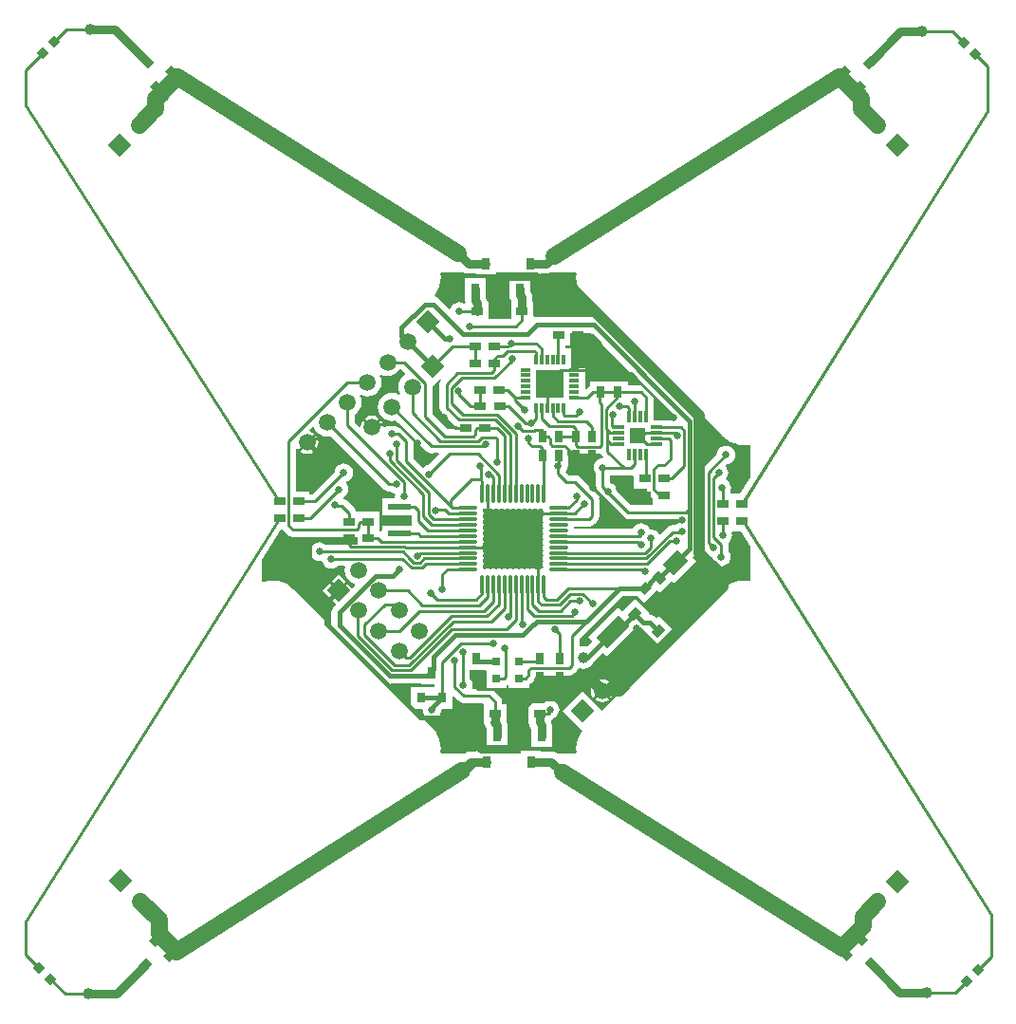
<source format=gtl>
G04 Layer_Physical_Order=1*
G04 Layer_Color=255*
%FSLAX44Y44*%
%MOMM*%
G71*
G01*
G75*
%ADD10R,1.0000X0.8000*%
%ADD11R,0.9500X0.3000*%
%ADD12R,0.3000X0.9500*%
%ADD13R,0.8000X0.9000*%
%ADD14R,0.8000X1.0000*%
%ADD15R,2.1000X0.5000*%
%ADD16O,1.8000X0.3000*%
%ADD17O,0.3000X1.8000*%
%ADD18P,1.1314X4X270.0*%
G04:AMPARAMS|DCode=19|XSize=0.8mm|YSize=0.9mm|CornerRadius=0mm|HoleSize=0mm|Usage=FLASHONLY|Rotation=225.000|XOffset=0mm|YOffset=0mm|HoleType=Round|Shape=Rectangle|*
%AMROTATEDRECTD19*
4,1,4,-0.0354,0.6010,0.6010,-0.0354,0.0354,-0.6010,-0.6010,0.0354,-0.0354,0.6010,0.0*
%
%ADD19ROTATEDRECTD19*%

G04:AMPARAMS|DCode=20|XSize=0.8mm|YSize=1mm|CornerRadius=0mm|HoleSize=0mm|Usage=FLASHONLY|Rotation=225.000|XOffset=0mm|YOffset=0mm|HoleType=Round|Shape=Rectangle|*
%AMROTATEDRECTD20*
4,1,4,-0.0707,0.6364,0.6364,-0.0707,0.0707,-0.6364,-0.6364,0.0707,-0.0707,0.6364,0.0*
%
%ADD20ROTATEDRECTD20*%

G04:AMPARAMS|DCode=21|XSize=0.8mm|YSize=0.9mm|CornerRadius=0mm|HoleSize=0mm|Usage=FLASHONLY|Rotation=135.000|XOffset=0mm|YOffset=0mm|HoleType=Round|Shape=Rectangle|*
%AMROTATEDRECTD21*
4,1,4,0.6010,0.0354,-0.0354,-0.6010,-0.6010,-0.0354,0.0354,0.6010,0.6010,0.0354,0.0*
%
%ADD21ROTATEDRECTD21*%

G04:AMPARAMS|DCode=22|XSize=0.8mm|YSize=1mm|CornerRadius=0mm|HoleSize=0mm|Usage=FLASHONLY|Rotation=135.000|XOffset=0mm|YOffset=0mm|HoleType=Round|Shape=Rectangle|*
%AMROTATEDRECTD22*
4,1,4,0.6364,0.0707,-0.0707,-0.6364,-0.6364,-0.0707,0.0707,0.6364,0.6364,0.0707,0.0*
%
%ADD22ROTATEDRECTD22*%

%ADD23P,1.1314X4X360.0*%
%ADD24R,0.8000X0.8000*%
%ADD25R,0.8000X1.0000*%
%ADD26R,0.3000X1.0000*%
%ADD27R,1.0000X0.3000*%
G04:AMPARAMS|DCode=28|XSize=1.4mm|YSize=1.8mm|CornerRadius=0mm|HoleSize=0mm|Usage=FLASHONLY|Rotation=135.000|XOffset=0mm|YOffset=0mm|HoleType=Round|Shape=Rectangle|*
%AMROTATEDRECTD28*
4,1,4,1.1314,0.1414,-0.1414,-1.1314,-1.1314,-0.1414,0.1414,1.1314,1.1314,0.1414,0.0*
%
%ADD28ROTATEDRECTD28*%

G04:AMPARAMS|DCode=29|XSize=1mm|YSize=0.8mm|CornerRadius=0mm|HoleSize=0mm|Usage=FLASHONLY|Rotation=315.000|XOffset=0mm|YOffset=0mm|HoleType=Round|Shape=Rectangle|*
%AMROTATEDRECTD29*
4,1,4,-0.6364,0.0707,-0.0707,0.6364,0.6364,-0.0707,0.0707,-0.6364,-0.6364,0.0707,0.0*
%
%ADD29ROTATEDRECTD29*%

G04:AMPARAMS|DCode=30|XSize=1mm|YSize=0.8mm|CornerRadius=0mm|HoleSize=0mm|Usage=FLASHONLY|Rotation=45.000|XOffset=0mm|YOffset=0mm|HoleType=Round|Shape=Rectangle|*
%AMROTATEDRECTD30*
4,1,4,-0.0707,-0.6364,-0.6364,-0.0707,0.0707,0.6364,0.6364,0.0707,-0.0707,-0.6364,0.0*
%
%ADD30ROTATEDRECTD30*%

G04:AMPARAMS|DCode=31|XSize=1.4mm|YSize=2.8mm|CornerRadius=0mm|HoleSize=0mm|Usage=FLASHONLY|Rotation=135.000|XOffset=0mm|YOffset=0mm|HoleType=Round|Shape=Rectangle|*
%AMROTATEDRECTD31*
4,1,4,1.4849,0.4950,-0.4950,-1.4849,-1.4849,-0.4950,0.4950,1.4849,1.4849,0.4950,0.0*
%
%ADD31ROTATEDRECTD31*%

%ADD32C,0.2540*%
%ADD33C,0.4000*%
%ADD34C,1.0000*%
%ADD35C,0.8000*%
%ADD36C,1.5000*%
%ADD37P,2.1213X4X90.0*%
%ADD38C,1.5000*%
%ADD39P,2.1213X4X360.0*%
%ADD40C,0.6500*%
%ADD41C,1.0000*%
G36*
X540696Y693646D02*
X540425Y690212D01*
X540750Y686090D01*
X541715Y682069D01*
X543298Y678249D01*
X545458Y674723D01*
X547918Y671843D01*
X548114Y671550D01*
X671550Y548114D01*
X671844Y547918D01*
X674724Y545457D01*
X678250Y543297D01*
X682070Y541715D01*
X686091Y540749D01*
X690213Y540425D01*
X694335Y540749D01*
X695061Y540924D01*
X696059Y540137D01*
X696059Y511767D01*
X686793Y496916D01*
X678318D01*
X678056Y497260D01*
X677660Y498186D01*
X678383Y499930D01*
X678666Y502084D01*
X678383Y504238D01*
X677551Y506245D01*
X676229Y507968D01*
X674506Y509291D01*
X674197Y510793D01*
X674865Y511664D01*
X675696Y513671D01*
X675980Y515825D01*
X675696Y517979D01*
X674865Y519985D01*
X673543Y521709D01*
X673525Y521980D01*
X675016Y523471D01*
X676123Y523617D01*
X678129Y524448D01*
X679853Y525770D01*
X681175Y527494D01*
X682006Y529501D01*
X682290Y531655D01*
X682006Y533808D01*
X681175Y535815D01*
X679853Y537538D01*
X678129Y538861D01*
X676123Y539692D01*
X673969Y539976D01*
X671815Y539692D01*
X669808Y538861D01*
X668085Y537538D01*
X666762Y535815D01*
X665931Y533808D01*
X665728Y532265D01*
X654030Y520567D01*
X652644Y518493D01*
X652158Y516046D01*
Y453163D01*
X652644Y450716D01*
X654030Y448642D01*
X654848Y447824D01*
X655022Y446499D01*
X655854Y444492D01*
X657176Y442769D01*
X658900Y441447D01*
X660906Y440615D01*
X661678Y440514D01*
X661951Y438440D01*
X662782Y436433D01*
X664105Y434709D01*
X665828Y433387D01*
X667835Y432556D01*
X669988Y432272D01*
X672142Y432556D01*
X674149Y433387D01*
X675872Y434709D01*
X677195Y436433D01*
X678026Y438440D01*
X678310Y440593D01*
X678026Y442747D01*
X677195Y444754D01*
X676381Y445814D01*
Y451125D01*
X675969Y453199D01*
X676996Y453988D01*
X678319Y455711D01*
X679150Y457718D01*
X679434Y459871D01*
X679150Y462025D01*
X678936Y462543D01*
X679641Y463599D01*
X687383D01*
X696059Y449841D01*
Y419866D01*
X695061Y419080D01*
X694335Y419254D01*
X690213Y419579D01*
X686091Y419254D01*
X682070Y418289D01*
X678250Y416707D01*
X674724Y414546D01*
X671844Y412086D01*
X671550Y411890D01*
X563110Y303450D01*
X545570Y320990D01*
X527892Y303312D01*
X545570Y285635D01*
X545033Y284587D01*
X543298Y281754D01*
X541715Y277934D01*
X540750Y273913D01*
X540425Y269791D01*
X540681Y266548D01*
X539632Y265278D01*
X523502D01*
X522805Y265813D01*
X520616Y266720D01*
X518266Y267029D01*
X509131D01*
Y267951D01*
X491131D01*
Y265278D01*
X469361Y265278D01*
Y267952D01*
X451361D01*
Y267029D01*
X448712D01*
X448581Y267012D01*
X448451Y267029D01*
X446547Y266779D01*
X445860Y266870D01*
X443510Y266560D01*
X441321Y265653D01*
X440832Y265278D01*
X420373D01*
X419324Y266548D01*
X419579Y269791D01*
X419255Y273913D01*
X418289Y277934D01*
X416707Y281754D01*
X414547Y285280D01*
X412086Y288160D01*
X411890Y288454D01*
X396067Y304278D01*
X396553Y305451D01*
X402514D01*
X403352Y304496D01*
X403346Y304451D01*
X403629Y302297D01*
X404461Y300290D01*
X405783Y298567D01*
X407506Y297244D01*
X409513Y296413D01*
X411667Y296129D01*
X413821Y296413D01*
X415828Y297244D01*
X417551Y298567D01*
X418873Y300290D01*
X419705Y302297D01*
X419962Y304254D01*
X421159Y305451D01*
X429674D01*
Y316398D01*
X430848Y316884D01*
X435489Y312243D01*
X437563Y310857D01*
X440009Y310370D01*
X456927D01*
X457917Y309695D01*
Y291695D01*
X458736D01*
X458837Y290924D01*
X458839Y290920D01*
X458839Y290916D01*
X459290Y289827D01*
X459742Y288734D01*
X459744Y288730D01*
X459746Y288726D01*
X460462Y287794D01*
X460783Y287375D01*
Y280452D01*
X460861Y279862D01*
Y270952D01*
X478861D01*
Y279862D01*
X478938Y280452D01*
Y291013D01*
X478938Y291014D01*
X478938Y291014D01*
X478792Y292125D01*
X478629Y293363D01*
X478629Y293363D01*
X478629Y293363D01*
X478206Y294383D01*
X477917Y295081D01*
Y309695D01*
X474310D01*
Y311414D01*
X473823Y313861D01*
X472437Y315935D01*
X467089Y321284D01*
X465829Y322125D01*
X466214Y323395D01*
X478113D01*
Y326441D01*
X478353Y326489D01*
X479220Y327069D01*
X480340Y326470D01*
Y323535D01*
X498340D01*
Y326894D01*
X500018Y328015D01*
X502633Y330631D01*
X504019Y332705D01*
X504482Y335033D01*
X534381D01*
X536828Y335520D01*
X538902Y336906D01*
X541267Y339271D01*
X542653Y341345D01*
X543307Y341695D01*
X544119Y341358D01*
X546730Y341015D01*
X549340Y341358D01*
X551773Y342366D01*
X553862Y343969D01*
X555465Y346058D01*
X555572Y346318D01*
X564527Y355272D01*
X567778Y352021D01*
X594102Y378345D01*
X595263Y377184D01*
X596725Y376062D01*
X598428Y375357D01*
X599645Y375196D01*
X600207Y373962D01*
Y373962D01*
X612935Y361234D01*
X627077Y375377D01*
X614349Y388104D01*
X612270Y386026D01*
X611127Y387169D01*
X609665Y388291D01*
X607962Y388996D01*
X606199Y389228D01*
X605911Y389621D01*
X605584Y390410D01*
X605874Y390700D01*
X593146Y403428D01*
X581629Y391911D01*
X577677Y395862D01*
X550807Y368992D01*
X554542Y365257D01*
X549897Y360613D01*
X549340Y360844D01*
X546730Y361187D01*
X544409Y360882D01*
X543139Y361633D01*
Y367991D01*
X551673Y376525D01*
X553069Y377103D01*
X554531Y378225D01*
X581866Y405560D01*
X595257D01*
X601278Y399539D01*
X612530Y410791D01*
X615067Y408254D01*
X625761Y418949D01*
X627702Y417007D01*
X647502Y436806D01*
X644009Y440299D01*
X646717Y443007D01*
X647839Y444469D01*
X648544Y446172D01*
X648785Y448000D01*
Y484207D01*
Y561724D01*
X648544Y563551D01*
X647839Y565254D01*
X646717Y566716D01*
X560833Y652600D01*
X559371Y653722D01*
X557668Y654427D01*
X555840Y654668D01*
X504926D01*
X503422Y654470D01*
X502152Y655235D01*
Y668503D01*
X501229D01*
Y672393D01*
X501229Y672393D01*
X501229Y672393D01*
Y672394D01*
X501087Y673475D01*
X500920Y674743D01*
X500920Y674743D01*
X500920Y674744D01*
X500480Y675807D01*
X500014Y676932D01*
X500013Y676933D01*
X500013Y676933D01*
X499270Y677902D01*
Y679918D01*
X499192Y680507D01*
Y689417D01*
X481192D01*
Y680507D01*
X481115Y679918D01*
Y674354D01*
X481192Y673765D01*
Y670417D01*
X481383D01*
X482272Y669227D01*
X482152Y668503D01*
X482152D01*
Y653003D01*
X462091D01*
Y668503D01*
X461065D01*
X460860Y670061D01*
X459953Y672250D01*
X459449Y672906D01*
Y679918D01*
X459372Y680507D01*
Y689417D01*
X441372D01*
Y680507D01*
X441294Y679918D01*
Y669431D01*
X441545Y667523D01*
X440418Y666787D01*
X440259Y666910D01*
X438252Y667741D01*
X436098Y668025D01*
X433944Y667741D01*
X431937Y666910D01*
X430214Y665587D01*
X428892Y663864D01*
X428248Y662311D01*
X426887Y661876D01*
X417793Y670970D01*
X416330Y672092D01*
X414628Y672798D01*
X414396Y672828D01*
X413941Y674014D01*
X414547Y674723D01*
X416707Y678249D01*
X418289Y682069D01*
X419255Y686090D01*
X419579Y690212D01*
X419309Y693646D01*
X420275Y694916D01*
X439027D01*
X439497Y694556D01*
X441686Y693649D01*
X444035Y693340D01*
X450872D01*
Y692417D01*
X468872D01*
Y694916D01*
X490692D01*
Y692417D01*
X508692D01*
Y693340D01*
X513486D01*
X514525Y693476D01*
X515835Y693649D01*
X515835Y693649D01*
X515835Y693649D01*
X516988Y694127D01*
X518024Y694556D01*
X518024Y694556D01*
X518024Y694556D01*
X518494Y694916D01*
X539729D01*
X540696Y693646D01*
D02*
G37*
G36*
X387818Y604613D02*
X387479Y603157D01*
X385170Y601385D01*
X383166Y598774D01*
X381907Y595733D01*
X381477Y592470D01*
X381907Y589207D01*
X383036Y586480D01*
X383036Y586478D01*
X382118Y585560D01*
X382115Y585558D01*
X379388Y586688D01*
X376125Y587117D01*
X372862Y586688D01*
X369821Y585428D01*
X367210Y583424D01*
X365206Y580813D01*
X363946Y577772D01*
X363517Y574509D01*
X363946Y571246D01*
X365206Y568205D01*
X367210Y565594D01*
X369821Y563591D01*
X372862Y562331D01*
X376125Y561902D01*
X379277Y562317D01*
X383834Y557759D01*
X383208Y556589D01*
X382045Y556820D01*
X380740D01*
X379680Y557634D01*
X377673Y558465D01*
X375520Y558749D01*
X373366Y558465D01*
X371359Y557634D01*
X369636Y556311D01*
X369521Y556162D01*
X368502Y556483D01*
X368280Y556631D01*
X367946Y559170D01*
X366934Y561613D01*
X366105Y562694D01*
X359062Y555651D01*
X358164Y556549D01*
X357266Y555651D01*
X350224Y562694D01*
X349394Y561613D01*
X348383Y559170D01*
X348104Y557054D01*
X346827Y556536D01*
X342549Y560814D01*
Y567694D01*
X345071Y569630D01*
X347075Y572241D01*
X348335Y575282D01*
X348764Y578545D01*
X348335Y581808D01*
X347205Y584535D01*
X347207Y584538D01*
X348125Y585456D01*
X348127Y585457D01*
X350854Y584327D01*
X354117Y583897D01*
X357380Y584327D01*
X360421Y585586D01*
X363032Y587590D01*
X365036Y590201D01*
X366295Y593242D01*
X366725Y596505D01*
X366295Y599768D01*
X365166Y602495D01*
X365166Y602495D01*
X366087Y603416D01*
X366088Y603417D01*
X368814Y602287D01*
X372077Y601858D01*
X375341Y602287D01*
X378381Y603547D01*
X380993Y605550D01*
X382928Y608073D01*
X384359D01*
X387818Y604613D01*
D02*
G37*
G36*
X598347Y595116D02*
X597821Y593846D01*
X586246D01*
Y597453D01*
X570726D01*
Y597532D01*
X552726D01*
Y593230D01*
X550964Y592052D01*
X549499Y590587D01*
X548590Y590964D01*
X548326Y591210D01*
Y596166D01*
Y609166D01*
X535825D01*
Y626666D01*
X530719D01*
Y629546D01*
X534771D01*
Y640547D01*
X552916D01*
X598347Y595116D01*
D02*
G37*
G36*
X528826Y596166D02*
Y591166D01*
Y586166D01*
Y583166D01*
X504826D01*
Y589166D01*
Y591166D01*
Y596166D01*
Y601166D01*
Y607166D01*
X528826D01*
Y596166D01*
D02*
G37*
G36*
X629580Y563883D02*
X629094Y562709D01*
X622197D01*
Y562817D01*
X609287D01*
Y575727D01*
X609179D01*
Y582487D01*
X610449Y583013D01*
X629580Y563883D01*
D02*
G37*
G36*
X419800Y598711D02*
X418891Y597351D01*
X418405Y594904D01*
Y573860D01*
X418891Y571414D01*
X420277Y569340D01*
X431094Y558523D01*
X433168Y557137D01*
X435614Y556650D01*
X442864D01*
X443663Y555496D01*
X443307Y554743D01*
X425941D01*
X412000Y568683D01*
Y591568D01*
X412046Y592753D01*
Y592753D01*
X412046Y592753D01*
X418814Y599521D01*
X419800Y598711D01*
D02*
G37*
G36*
X602197Y549817D02*
Y541907D01*
X588377D01*
Y544817D01*
Y549817D01*
Y555727D01*
X602197D01*
Y549817D01*
D02*
G37*
G36*
X306520Y556108D02*
X307277Y554281D01*
X309281Y551669D01*
X311892Y549666D01*
X314933Y548406D01*
X318196Y547977D01*
X321348Y548392D01*
X368729Y501010D01*
X370803Y499625D01*
X373250Y499138D01*
X374643D01*
X375703Y498325D01*
X377710Y497493D01*
X378410Y497401D01*
X378952Y496463D01*
X378668Y494309D01*
X378733Y493820D01*
X377896Y492865D01*
X367094D01*
Y477865D01*
X393163D01*
Y472828D01*
X393650Y470381D01*
X393915Y469985D01*
X393316Y468865D01*
X367094D01*
Y464130D01*
X365949Y463455D01*
X365052Y463886D01*
Y480924D01*
X344180D01*
X343959Y482038D01*
X342573Y484112D01*
X335789Y490896D01*
X333715Y492282D01*
X332916Y492440D01*
X332786Y493761D01*
X332815Y493773D01*
X334539Y495096D01*
X335861Y496819D01*
X336692Y498826D01*
X336976Y500980D01*
X336692Y503133D01*
X335861Y505140D01*
X334819Y506498D01*
X334883Y507107D01*
X335059Y507636D01*
X335249Y507919D01*
X336963Y508629D01*
X338686Y509951D01*
X340009Y511674D01*
X340840Y513681D01*
X341123Y515835D01*
X340840Y517989D01*
X340009Y519995D01*
X338686Y521719D01*
X336963Y523041D01*
X334956Y523872D01*
X332802Y524156D01*
X330648Y523872D01*
X328642Y523041D01*
X326918Y521719D01*
X325596Y519995D01*
X324765Y517989D01*
X324590Y516664D01*
X318690Y510764D01*
X304662Y496735D01*
X302561D01*
Y499343D01*
X290201D01*
Y537294D01*
X291466Y537560D01*
X292295Y536479D01*
X299338Y543522D01*
X306380Y550564D01*
X305299Y551394D01*
X303043Y552328D01*
X302497Y553578D01*
X305274Y556356D01*
X306520Y556108D01*
D02*
G37*
G36*
X406956Y534637D02*
X409030Y533252D01*
X411476Y532765D01*
X413923Y533252D01*
X414026Y533321D01*
X417556D01*
X418042Y532147D01*
X408386Y522491D01*
X407061Y522316D01*
X405054Y521485D01*
X403331Y520163D01*
X403276Y520159D01*
X395185Y528250D01*
Y543680D01*
X394954Y544843D01*
X396124Y545469D01*
X406956Y534637D01*
D02*
G37*
G36*
X535720Y535938D02*
X537212Y534445D01*
X539286Y533060D01*
X541733Y532573D01*
X561557D01*
X562384Y532738D01*
X562441Y532456D01*
X563826Y530382D01*
X564331Y529878D01*
X563674Y528738D01*
X561772Y528488D01*
X559765Y527657D01*
X558041Y526334D01*
X556719Y524611D01*
X555888Y522604D01*
X555604Y520450D01*
X555888Y518296D01*
X556719Y516289D01*
X557533Y515229D01*
Y503474D01*
X558019Y501028D01*
X559405Y498954D01*
X560361Y497998D01*
X560324Y497176D01*
X559061Y496814D01*
X559037Y496814D01*
X544018Y511833D01*
X541945Y513218D01*
X539498Y513705D01*
X534543D01*
X531160Y517088D01*
X531592Y517652D01*
X532423Y519659D01*
X532588Y520913D01*
X533480D01*
Y537004D01*
X534750Y537389D01*
X535720Y535938D01*
D02*
G37*
G36*
X591467Y512761D02*
Y501847D01*
X603453D01*
Y500790D01*
X603940Y498343D01*
X605326Y496269D01*
X608799Y492796D01*
Y487120D01*
X589321D01*
X576840Y499601D01*
X576685Y500774D01*
X575854Y502780D01*
X574532Y504504D01*
X572808Y505826D01*
X570801Y506657D01*
X570318Y506721D01*
Y513298D01*
X589135D01*
X590485Y513567D01*
X591467Y512761D01*
D02*
G37*
G36*
X562764Y492736D02*
X564487Y491413D01*
X566494Y490582D01*
X567971Y490388D01*
X582152Y476207D01*
X584226Y474821D01*
X586673Y474334D01*
X634664D01*
Y471288D01*
X632533Y471007D01*
X630526Y470176D01*
X629267Y469210D01*
X626383D01*
X623936Y468723D01*
X621862Y467338D01*
X615469Y460945D01*
X614202Y461091D01*
X614034Y461305D01*
X612721Y463017D01*
X610997Y464339D01*
X608991Y465170D01*
X606837Y465454D01*
X605993Y465343D01*
X605537Y466443D01*
X604215Y468166D01*
X602492Y469488D01*
X600485Y470320D01*
X598331Y470603D01*
X596177Y470320D01*
X594171Y469488D01*
X592447Y468166D01*
X591125Y466443D01*
X590811Y465685D01*
X538573D01*
X538030Y466792D01*
X538573Y467899D01*
X552097D01*
X554544Y468386D01*
X556618Y469771D01*
X559042Y472196D01*
X560428Y474270D01*
X560914Y476716D01*
Y492289D01*
X560707Y493330D01*
X561895Y493868D01*
X562764Y492736D01*
D02*
G37*
G36*
X279288Y464017D02*
X282950Y460355D01*
X285024Y458969D01*
X287470Y458483D01*
X344754D01*
X344907Y458357D01*
Y451686D01*
X316740D01*
X315418Y452700D01*
X313411Y453531D01*
X311258Y453815D01*
X309104Y453531D01*
X307097Y452700D01*
X305374Y451377D01*
X304051Y449654D01*
X303220Y447647D01*
X302936Y445494D01*
X303220Y443340D01*
X304051Y441333D01*
X305374Y439610D01*
X307097Y438287D01*
X309104Y437456D01*
X311258Y437172D01*
X312407Y437324D01*
X313783Y436603D01*
X314614Y434596D01*
X315936Y432873D01*
X317659Y431551D01*
X319666Y430719D01*
X321820Y430436D01*
X323974Y430719D01*
X325981Y431551D01*
X327609Y432800D01*
X333270D01*
X334060Y431530D01*
X333680Y428645D01*
X334110Y425382D01*
X335370Y422341D01*
X337373Y419730D01*
X339984Y417727D01*
X342513Y416679D01*
X342924Y415294D01*
X340420Y412791D01*
X336325Y416886D01*
X329226Y409786D01*
X322127Y402687D01*
X326222Y398592D01*
X324089Y396459D01*
X322967Y394996D01*
X322261Y393294D01*
X322021Y391466D01*
Y380120D01*
X320751Y379594D01*
X288454Y411890D01*
X288161Y412086D01*
X285281Y414546D01*
X281755Y416707D01*
X277935Y418289D01*
X273914Y419254D01*
X269792Y419579D01*
X265670Y419254D01*
X261649Y418289D01*
X261140Y418078D01*
X260084Y418784D01*
Y438130D01*
X277062Y465062D01*
X278576Y465082D01*
X279288Y464017D01*
D02*
G37*
G36*
X463243Y484114D02*
X464824Y483459D01*
X466521Y483236D01*
X468218Y483459D01*
X469021Y483792D01*
X469824Y483459D01*
X471521Y483236D01*
X473218Y483459D01*
X474021Y483792D01*
X474824Y483459D01*
X476521Y483236D01*
X478218Y483459D01*
X479021Y483792D01*
X479824Y483459D01*
X481521Y483236D01*
X483217Y483459D01*
X484021Y483792D01*
X484824Y483459D01*
X486521Y483236D01*
X488218Y483459D01*
X489021Y483792D01*
X489824Y483459D01*
X491521Y483236D01*
X493218Y483459D01*
X494021Y483792D01*
X494824Y483459D01*
X496521Y483236D01*
X498218Y483459D01*
X499021Y483792D01*
X499824Y483460D01*
X501521Y483236D01*
X503217Y483460D01*
X504021Y483792D01*
X504824Y483459D01*
X506521Y483236D01*
X508218Y483459D01*
X509021Y483792D01*
X509824Y483460D01*
X510588Y483359D01*
X510688Y482595D01*
X511343Y481014D01*
X511964Y480205D01*
X512265Y479292D01*
X511964Y478379D01*
X511343Y477570D01*
X510688Y475989D01*
X510465Y474292D01*
X510688Y472595D01*
X511021Y471792D01*
X510688Y470989D01*
X510465Y469292D01*
X510688Y467595D01*
X511021Y466792D01*
X510688Y465989D01*
X510465Y464292D01*
X510688Y462595D01*
X511021Y461792D01*
X510688Y460989D01*
X510465Y459292D01*
X510688Y457595D01*
X511021Y456792D01*
X510688Y455989D01*
X510465Y454292D01*
X510688Y452595D01*
X511021Y451792D01*
X510688Y450989D01*
X510465Y449292D01*
X510688Y447595D01*
X511021Y446792D01*
X510688Y445989D01*
X510465Y444292D01*
X510688Y442595D01*
X511021Y441792D01*
X510688Y440989D01*
X510465Y439292D01*
X510688Y437595D01*
X511021Y436792D01*
X510688Y435989D01*
X510465Y434292D01*
X510688Y432595D01*
X511021Y431792D01*
X510688Y430989D01*
X510588Y430225D01*
X510468Y430210D01*
X510018Y430150D01*
D01*
X509824Y430125D01*
X508242Y429470D01*
X506885Y428428D01*
X506156D01*
X504799Y429470D01*
X503217Y430125D01*
X501521Y430348D01*
X499824Y430125D01*
X499021Y429792D01*
X498218Y430125D01*
X498024Y430150D01*
D01*
X496521Y430348D01*
X494824Y430125D01*
X494021Y429792D01*
X493217Y430125D01*
X493024Y430150D01*
D01*
X491521Y430348D01*
X489824Y430125D01*
X489021Y429792D01*
X488218Y430125D01*
X488024Y430150D01*
D01*
X486521Y430348D01*
X484824Y430125D01*
X484021Y429792D01*
X483217Y430125D01*
X483024Y430150D01*
D01*
X481521Y430348D01*
X479824Y430125D01*
X479021Y429792D01*
X478218Y430125D01*
X478024Y430150D01*
X476521Y430348D01*
X475017Y430150D01*
D01*
X474824Y430125D01*
X474021Y429792D01*
X473218Y430125D01*
X473024Y430150D01*
X471521Y430348D01*
X470017Y430150D01*
D01*
X469824Y430125D01*
X469021Y429792D01*
X468218Y430125D01*
X466521Y430348D01*
X465017Y430150D01*
D01*
X464824Y430125D01*
X464021Y429792D01*
X463218Y430125D01*
X461521Y430348D01*
X459824Y430125D01*
X459021Y429792D01*
X458218Y430125D01*
X457454Y430225D01*
X457353Y430989D01*
X457021Y431792D01*
X457353Y432595D01*
X457577Y434292D01*
X457353Y435989D01*
X457021Y436792D01*
X457353Y437595D01*
X457577Y439292D01*
X457353Y440989D01*
X457021Y441792D01*
X457353Y442595D01*
X457577Y444292D01*
X457353Y445989D01*
X456698Y447570D01*
X455657Y448928D01*
Y449656D01*
X456698Y451014D01*
X457353Y452595D01*
X457577Y454292D01*
X457353Y455989D01*
X457021Y456792D01*
X457353Y457595D01*
X457577Y459292D01*
X457353Y460989D01*
X457021Y461792D01*
X457353Y462595D01*
X457577Y464292D01*
X457353Y465989D01*
X457021Y466792D01*
X457353Y467595D01*
X457577Y469292D01*
X457353Y470989D01*
X457021Y471792D01*
X457353Y472595D01*
X457577Y474292D01*
X457353Y475989D01*
X457021Y476792D01*
X457353Y477595D01*
X457577Y479292D01*
X457353Y480989D01*
X457021Y481792D01*
X457353Y482595D01*
X457454Y483359D01*
X458218Y483459D01*
X459799Y484114D01*
X461157Y485156D01*
X461885D01*
X463243Y484114D01*
D02*
G37*
G36*
X402174Y327451D02*
X414281D01*
Y324451D01*
X411674D01*
Y324451D01*
X410674D01*
Y324451D01*
X392674D01*
Y309329D01*
X391501Y308843D01*
X374035Y326309D01*
X374561Y327579D01*
X402174D01*
Y327451D01*
D02*
G37*
G36*
X459913Y339726D02*
X460113Y338539D01*
Y323395D01*
X458942Y323156D01*
X448193D01*
X447449Y324426D01*
X447696Y326304D01*
X447413Y328458D01*
X446581Y330465D01*
X445291Y332146D01*
Y339726D01*
X459913D01*
D02*
G37*
%LPC*%
G36*
X563530Y331399D02*
X560909Y331054D01*
X558467Y330042D01*
X557386Y329213D01*
X563530Y323069D01*
X569675Y329213D01*
X568594Y330042D01*
X566151Y331054D01*
X563530Y331399D01*
D02*
G37*
G36*
X555590Y327417D02*
X554761Y326336D01*
X553749Y323894D01*
X553404Y321273D01*
X553749Y318652D01*
X554761Y316209D01*
X555590Y315128D01*
X561734Y321273D01*
X555590Y327417D01*
D02*
G37*
G36*
X571471Y327417D02*
X565326Y321273D01*
X571471Y315128D01*
X572300Y316209D01*
X573312Y318652D01*
X573657Y321273D01*
X573312Y323894D01*
X572300Y326336D01*
X571471Y327417D01*
D02*
G37*
G36*
X563530Y319477D02*
X557386Y313332D01*
X558467Y312503D01*
X560909Y311491D01*
X563530Y311146D01*
X566151Y311491D01*
X568594Y312503D01*
X569675Y313332D01*
X563530Y319477D01*
D02*
G37*
G36*
X517130Y312874D02*
X514976Y312591D01*
X512969Y311759D01*
X511246Y310437D01*
X510738Y309776D01*
X508209D01*
X507620Y309853D01*
X507030Y309776D01*
X497620D01*
Y291776D01*
X498702D01*
X498851Y290642D01*
X499758Y288452D01*
X500554Y287416D01*
Y280451D01*
X500631Y279861D01*
Y270951D01*
X518631D01*
Y279861D01*
X518709Y280451D01*
Y290979D01*
X518709Y290979D01*
X518400Y293329D01*
X518279Y293619D01*
X518055Y294870D01*
X520129Y296255D01*
X521170Y297297D01*
X521290Y297347D01*
X523014Y298669D01*
X524336Y300392D01*
X525167Y302399D01*
X525451Y304553D01*
X525167Y306707D01*
X524336Y308714D01*
X523014Y310437D01*
X521290Y311759D01*
X519283Y312591D01*
X517130Y312874D01*
D02*
G37*
G36*
X358164Y566676D02*
X355544Y566331D01*
X353101Y565319D01*
X352020Y564490D01*
X358164Y558345D01*
X364309Y564490D01*
X363228Y565319D01*
X360785Y566331D01*
X358164Y566676D01*
D02*
G37*
G36*
X308176Y548768D02*
X302032Y542624D01*
X308176Y536479D01*
X309006Y537560D01*
X310017Y540003D01*
X310362Y542624D01*
X310017Y545245D01*
X309006Y547687D01*
X308176Y548768D01*
D02*
G37*
G36*
X300236Y540827D02*
X294091Y534683D01*
X295172Y533854D01*
X297615Y532842D01*
X300236Y532497D01*
X302857Y532842D01*
X305299Y533854D01*
X306380Y534683D01*
X300236Y540827D01*
D02*
G37*
G36*
X328328Y424883D02*
X322127Y418682D01*
X328328Y412481D01*
X334529Y418682D01*
X328328Y424883D01*
D02*
G37*
G36*
X320331Y416886D02*
X314129Y410684D01*
X320331Y404483D01*
X326532Y410684D01*
X320331Y416886D01*
D02*
G37*
%LPD*%
D10*
X524771Y638546D02*
D03*
X541771D02*
D03*
X467113Y628254D02*
D03*
X450114D02*
D03*
X467234Y613064D02*
D03*
X450234D02*
D03*
X338052Y471924D02*
D03*
X355052D02*
D03*
X469091Y659503D02*
D03*
X452091D02*
D03*
X509151D02*
D03*
X492152D02*
D03*
X458977Y555398D02*
D03*
X441977D02*
D03*
X450917Y300695D02*
D03*
X467917D02*
D03*
X671028Y487916D02*
D03*
X688027D02*
D03*
X292561Y490343D02*
D03*
X275562D02*
D03*
X671112Y472599D02*
D03*
X688112D02*
D03*
X292678Y475169D02*
D03*
X275678D02*
D03*
X490620Y300776D02*
D03*
X507620D02*
D03*
X618799Y495526D02*
D03*
X601799D02*
D03*
X618466Y510847D02*
D03*
X601467D02*
D03*
X471777Y589343D02*
D03*
X454777D02*
D03*
X471919Y574880D02*
D03*
X454919Y574880D02*
D03*
X354907Y457441D02*
D03*
X337907D02*
D03*
D11*
X495076Y607666D02*
D03*
Y602666D02*
D03*
Y597666D02*
D03*
Y592666D02*
D03*
Y587666D02*
D03*
Y582666D02*
D03*
X538576D02*
D03*
Y587666D02*
D03*
Y592666D02*
D03*
Y597666D02*
D03*
Y602666D02*
D03*
Y607666D02*
D03*
D12*
X504326Y573416D02*
D03*
X509326D02*
D03*
X514326D02*
D03*
X519326D02*
D03*
X524326D02*
D03*
X529325D02*
D03*
Y616916D02*
D03*
X524326D02*
D03*
X519326D02*
D03*
X514326D02*
D03*
X509326D02*
D03*
X504326D02*
D03*
D13*
X490192Y679918D02*
D03*
X509192D02*
D03*
X450372D02*
D03*
X469371D02*
D03*
X509631Y280451D02*
D03*
X490631D02*
D03*
X469861Y280452D02*
D03*
X450860D02*
D03*
X401674Y314951D02*
D03*
X420674D02*
D03*
D14*
X499692Y702417D02*
D03*
X459872D02*
D03*
X500131Y257951D02*
D03*
X460360Y257952D02*
D03*
X411174Y337451D02*
D03*
D15*
X382594Y485365D02*
D03*
Y473365D02*
D03*
Y461365D02*
D03*
D16*
X443521Y484292D02*
D03*
Y479292D02*
D03*
Y474292D02*
D03*
Y469292D02*
D03*
Y464292D02*
D03*
Y459292D02*
D03*
Y454292D02*
D03*
Y449292D02*
D03*
Y444292D02*
D03*
X443521Y439292D02*
D03*
X443521Y434292D02*
D03*
Y429292D02*
D03*
X524521Y429292D02*
D03*
Y434292D02*
D03*
Y439292D02*
D03*
Y444292D02*
D03*
Y449292D02*
D03*
Y454292D02*
D03*
Y459292D02*
D03*
Y464292D02*
D03*
Y469292D02*
D03*
Y474292D02*
D03*
Y479292D02*
D03*
Y484292D02*
D03*
D17*
X456521Y416292D02*
D03*
X461521D02*
D03*
X466521D02*
D03*
X471521D02*
D03*
X476521D02*
D03*
X481521D02*
D03*
X486521D02*
D03*
X491521D02*
D03*
X496521D02*
D03*
X501521D02*
D03*
X506521D02*
D03*
X511521D02*
D03*
Y497292D02*
D03*
X506521Y497292D02*
D03*
X501521Y497292D02*
D03*
X496521Y497292D02*
D03*
X491521D02*
D03*
X486521D02*
D03*
X481521D02*
D03*
X476521D02*
D03*
X471521D02*
D03*
X466521D02*
D03*
X461521D02*
D03*
X456521D02*
D03*
D18*
X74604Y900302D02*
D03*
X63997Y889696D02*
D03*
X888599Y62001D02*
D03*
X899205Y72608D02*
D03*
D19*
X166223Y859786D02*
D03*
X179659Y873221D02*
D03*
X794792Y99509D02*
D03*
X781357Y86074D02*
D03*
D20*
X157031Y882413D02*
D03*
X803984Y76881D02*
D03*
D21*
X779740Y872849D02*
D03*
X793175Y859414D02*
D03*
X178040Y85243D02*
D03*
X164605Y98678D02*
D03*
X615066Y399185D02*
D03*
X601631Y412620D02*
D03*
D22*
X802367Y882042D02*
D03*
X155412Y76050D02*
D03*
X592439Y389993D02*
D03*
D23*
X896777Y888934D02*
D03*
X886171Y899541D02*
D03*
X60630Y74267D02*
D03*
X71237Y63660D02*
D03*
D24*
X469113Y347395D02*
D03*
Y332395D02*
D03*
X489340Y332535D02*
D03*
Y347535D02*
D03*
D25*
X450913Y332726D02*
D03*
X450913Y349726D02*
D03*
X508193Y332726D02*
D03*
Y349725D02*
D03*
X540241Y547888D02*
D03*
Y530888D02*
D03*
X554476Y547895D02*
D03*
X554476Y530895D02*
D03*
X561726Y587532D02*
D03*
Y604532D02*
D03*
X577246Y587453D02*
D03*
Y604453D02*
D03*
X525440Y332655D02*
D03*
Y349655D02*
D03*
X524480Y530913D02*
D03*
Y547913D02*
D03*
X510155Y547928D02*
D03*
Y530928D02*
D03*
D26*
X592787Y565727D02*
D03*
X597787D02*
D03*
X602787D02*
D03*
Y531907D02*
D03*
X597787D02*
D03*
X592787D02*
D03*
X587786Y565727D02*
D03*
Y531907D02*
D03*
D27*
X612197Y551317D02*
D03*
Y546316D02*
D03*
Y541317D02*
D03*
X578377D02*
D03*
Y546316D02*
D03*
Y551317D02*
D03*
X612197Y556316D02*
D03*
X578377D02*
D03*
D28*
X629117Y435392D02*
D03*
X647502Y417008D02*
D03*
D29*
X626381Y409668D02*
D03*
X614360Y421689D02*
D03*
D30*
X625663Y386690D02*
D03*
X613642Y374669D02*
D03*
D31*
X591112Y355557D02*
D03*
X572728Y373941D02*
D03*
D32*
X322256Y439193D02*
X385337D01*
X321820Y438757D02*
X322256Y439193D01*
X311458Y445293D02*
X385775D01*
X585040Y495526D02*
X601799D01*
X579058Y501508D02*
X585040Y495526D01*
X554991Y398608D02*
Y398912D01*
X546304Y407598D02*
X554991Y398912D01*
X534942Y407598D02*
X546304D01*
X525513Y398170D02*
X534942Y407598D01*
X526508Y392583D02*
X535225Y401300D01*
X543696D01*
X476290Y359045D02*
X477713Y357622D01*
Y334202D02*
Y357622D01*
X498003Y542392D02*
X501036Y539359D01*
X498003Y542392D02*
Y546699D01*
X504326Y563954D02*
Y568907D01*
X500098Y559726D02*
X504326Y563954D01*
X480313Y574880D02*
X495467Y559726D01*
X500098D01*
X488616Y557670D02*
X492858Y553428D01*
X502707D01*
X509310Y554198D02*
X510155Y553353D01*
X503477Y554198D02*
X509310D01*
X502707Y553428D02*
X503477Y554198D01*
X485919Y580365D02*
X494713Y571571D01*
X471919Y574880D02*
X480313D01*
X440009Y316763D02*
X462568D01*
X431996Y324777D02*
Y348607D01*
X438899Y326781D02*
Y355781D01*
Y326781D02*
X439375Y326304D01*
X431996Y324777D02*
X440009Y316763D01*
X466220Y451000D02*
X488979Y473759D01*
X500423D01*
X505956Y479292D01*
X524521D01*
X540609Y491333D02*
Y494396D01*
X533568Y484292D02*
X540609Y491333D01*
X572310Y557142D02*
Y567189D01*
Y557142D02*
X573136Y556316D01*
X566919Y554837D02*
Y572867D01*
Y554837D02*
X570439Y551317D01*
X566919Y572867D02*
X577246Y583194D01*
X481704Y624529D02*
X502883D01*
X481111Y623936D02*
X481704Y624529D01*
X478716Y623936D02*
X481111D01*
X475048Y620268D02*
X478716Y623936D01*
X479322Y628254D02*
X482257Y631189D01*
X467113Y628254D02*
X479322D01*
X504326Y616916D02*
Y623087D01*
X502883Y624529D02*
X504326Y623087D01*
X509326Y616916D02*
Y626503D01*
X504640Y631189D02*
X509326Y626503D01*
X482257Y631189D02*
X504640D01*
X467917Y300695D02*
Y311414D01*
X462568Y316763D02*
X467917Y311414D01*
X404872Y439292D02*
X443521D01*
X400909Y435330D02*
X404872Y439292D01*
X387883Y449292D02*
X443521D01*
X387564Y449611D02*
X387883Y449292D01*
X374082Y449611D02*
X387564D01*
X373741Y449952D02*
X374082Y449611D01*
X385775Y445293D02*
X392003Y439066D01*
X523672Y561924D02*
X549364D01*
X554476Y547895D02*
Y556812D01*
X549364Y561924D02*
X554476Y556812D01*
X519326Y566270D02*
X523672Y561924D01*
X519326Y566270D02*
Y573416D01*
X539653Y566336D02*
X543622Y570305D01*
X538910Y566336D02*
X539653D01*
X538816Y566242D02*
X538910Y566336D01*
X530311Y566242D02*
X538816D01*
X529325Y567228D02*
X530311Y566242D01*
X537736Y557025D02*
X540241Y554520D01*
X516611Y557025D02*
X537736D01*
X509326Y564310D02*
X516611Y557025D01*
X615110Y495526D02*
X618799D01*
X450580Y550691D02*
Y554179D01*
X451799Y555398D01*
X458977D01*
X448239Y548350D02*
X450580Y550691D01*
X583850Y473509D02*
X634597D01*
X555368Y501991D02*
X583850Y473509D01*
X534724Y530888D02*
X540241D01*
X533304Y532308D02*
X534724Y530888D01*
X533304Y532308D02*
Y536764D01*
X515084Y547928D02*
X517194Y545818D01*
Y541889D02*
Y545818D01*
Y541889D02*
X519218Y539865D01*
X530203D02*
X533304Y536764D01*
X519218Y539865D02*
X530203D01*
X510155Y547928D02*
X515084D01*
X506521Y416292D02*
Y437756D01*
X503588Y440689D02*
X506521Y437756D01*
X481719Y440689D02*
X503588D01*
X510155Y547928D02*
Y553353D01*
X504326Y568907D02*
Y573416D01*
X519345Y593658D02*
Y600517D01*
X514326Y588639D02*
X519345Y593658D01*
X485919Y580365D02*
Y582666D01*
X479242Y589343D02*
X485919Y582666D01*
X495076D01*
X509326Y564310D02*
Y573416D01*
X486521Y497292D02*
Y550858D01*
X470018Y567361D02*
X486521Y550858D01*
X468230Y563043D02*
X481521Y549752D01*
Y497292D02*
Y549752D01*
X435614Y563043D02*
X468230D01*
X458977Y555398D02*
X469768D01*
X476521Y548645D01*
Y497292D02*
Y548645D01*
X439119Y567361D02*
X470018D01*
X509276Y398170D02*
X525513D01*
X506521Y400925D02*
X509276Y398170D01*
X522975Y402488D02*
X533107Y412620D01*
X513704Y402488D02*
X522975D01*
X511521Y404672D02*
X513704Y402488D01*
X511521Y404672D02*
Y416292D01*
X501521Y398163D02*
X507100Y392583D01*
X526259Y388265D02*
X526270Y388254D01*
X516255Y388265D02*
X526259D01*
X507100Y392583D02*
X526508D01*
X502439Y388254D02*
X516244D01*
X526270D02*
X536322D01*
X516244D02*
X516255Y388265D01*
X536322Y388254D02*
X539257Y391189D01*
X496521Y394172D02*
X502439Y388254D01*
X506521Y400925D02*
Y416292D01*
X533107Y412620D02*
X578727D01*
X442125Y282245D02*
Y285693D01*
Y282245D02*
X443918Y280452D01*
X450860D01*
X547231Y487697D02*
X547345Y487584D01*
X554521Y476716D02*
Y492289D01*
X538826Y479292D02*
X547231Y487697D01*
X524521Y479292D02*
X538826D01*
X552097Y474292D02*
X554521Y476716D01*
X524521Y474292D02*
X552097D01*
X539498Y507312D02*
X554521Y492289D01*
X524521Y484292D02*
X533568D01*
X531895Y507312D02*
X539498D01*
X524385Y514822D02*
X531895Y507312D01*
X412046Y610431D02*
X429869Y628254D01*
X450114D01*
X563926Y503474D02*
X586673Y480727D01*
X564684Y519691D02*
X583558D01*
X563926Y520450D02*
X564684Y519691D01*
X563926Y503474D02*
Y520450D01*
X658550Y453163D02*
Y516046D01*
X662868Y458245D02*
Y511034D01*
X638244Y480727D02*
X641724Y484207D01*
X586673Y480727D02*
X638244D01*
X671112Y459871D02*
Y472599D01*
X662868Y458245D02*
X669988Y451125D01*
X658550Y453163D02*
X663060Y448653D01*
X629920Y454581D02*
Y456412D01*
X624253Y454581D02*
X629920D01*
X606837Y449378D02*
Y457133D01*
X595046Y454292D02*
X598226Y451112D01*
X524521Y444292D02*
X601751D01*
X554476Y504064D02*
Y530895D01*
X380427Y526510D02*
X408446Y498490D01*
X594257Y377149D02*
X596808D01*
X615261Y358284D02*
Y358696D01*
X596808Y377149D02*
X615261Y358696D01*
X594257Y377149D02*
Y377189D01*
X627604Y565317D02*
Y565967D01*
X589118Y604453D02*
X627604Y565967D01*
X577246Y604453D02*
X589118D01*
X583558Y519691D02*
X589135D01*
X577246Y587453D02*
X598467D01*
X568347Y534902D02*
Y544367D01*
X455775Y509241D02*
X456521Y508495D01*
X455063Y509953D02*
X455775Y509241D01*
Y521190D01*
X454322Y522021D02*
X454944D01*
X455775Y521190D01*
X471521Y497292D02*
Y513729D01*
X427648Y532712D02*
X452538D01*
X462073Y515827D02*
X466521Y511379D01*
X452538Y532712D02*
X471521Y513729D01*
X462073Y514270D02*
Y515827D01*
X409215Y514279D02*
X427648Y532712D01*
X524385Y514822D02*
Y521812D01*
X394085Y568858D02*
X418911Y544032D01*
X453193D01*
X394085Y568858D02*
Y592470D01*
X469555Y525517D02*
Y546095D01*
X453193Y544032D02*
X456649Y547487D01*
X468163D02*
X469555Y546095D01*
X456649Y547487D02*
X468163D01*
X524480Y521907D02*
Y530913D01*
X388793Y525602D02*
X428537Y485857D01*
X388793Y525602D02*
Y543680D01*
X408446Y478950D02*
Y498490D01*
X403874Y476559D02*
Y496592D01*
X373782Y526684D02*
X403874Y496592D01*
X386990Y494309D02*
Y507332D01*
X336156Y558166D02*
X386990Y507332D01*
X336156Y558166D02*
Y578545D01*
X373782Y526684D02*
Y532842D01*
X318196Y560584D02*
X373250Y505531D01*
X379864D01*
X466521Y497292D02*
Y511379D01*
X456521Y497292D02*
Y508495D01*
X365930Y477584D02*
Y499419D01*
X318606Y546742D02*
X365930Y499419D01*
X304354Y546742D02*
X318606D01*
X428537Y485857D02*
X430102Y484292D01*
X428537Y485857D02*
Y491539D01*
X446951Y509953D01*
X455063D01*
X415016Y481727D02*
X415927Y482637D01*
X413104Y474292D02*
X443521D01*
X408446Y478950D02*
X413104Y474292D01*
X411476Y539158D02*
X412032Y539714D01*
X376125Y574509D02*
X411476Y539158D01*
X423293Y548350D02*
X448239D01*
X405607Y566035D02*
X423293Y548350D01*
X412032Y539714D02*
X457782D01*
X459257Y541189D01*
X563313Y540722D02*
Y576671D01*
X561411Y578573D02*
X563313Y576671D01*
X561411Y578573D02*
Y587217D01*
X561557Y538966D02*
X563313Y540722D01*
X541733Y538966D02*
X561557D01*
X540241Y540458D02*
Y547888D01*
Y540458D02*
X541733Y538966D01*
X561411Y587217D02*
X561726Y587532D01*
X372077Y614465D02*
X387007D01*
X422782Y564997D02*
X432381Y555398D01*
X405607Y566035D02*
Y595865D01*
X438233Y600119D02*
X467600D01*
X429115Y591001D02*
X438233Y600119D01*
X424797Y594904D02*
X434330Y604437D01*
X424797Y573860D02*
Y594904D01*
X434330Y604437D02*
X464431D01*
X435413Y585795D02*
Y588393D01*
X424797Y573860D02*
X435614Y563043D01*
X429115Y577365D02*
X439119Y567361D01*
X429115Y577365D02*
Y591001D01*
X492152Y652101D02*
Y659503D01*
X486661Y646610D02*
X492152Y652101D01*
X445130Y646610D02*
X486661D01*
X491521Y381707D02*
Y416292D01*
Y381707D02*
X492587Y380640D01*
X486521Y384318D02*
Y416292D01*
X478441Y376239D02*
X486521Y384318D01*
X669988Y440593D02*
Y451125D01*
X633816Y556316D02*
X636676Y553456D01*
Y521727D02*
Y553456D01*
X612197Y556316D02*
X633816D01*
X658550Y516046D02*
X674064Y531559D01*
X662868Y511034D02*
X667659Y515825D01*
X673969Y531655D02*
X674064Y531559D01*
X501521Y398163D02*
Y416292D01*
X671028Y487916D02*
Y501401D01*
X670345Y502084D02*
X671028Y501401D01*
X496521Y394172D02*
Y416292D01*
X521257Y376189D02*
X525440Y372006D01*
X451050Y402542D02*
X456521Y408013D01*
X416362Y402542D02*
X451050D01*
X410490Y408415D02*
X416362Y402542D01*
X382241Y374764D02*
X400051Y392574D01*
X364249Y374764D02*
X382241D01*
X351484Y380178D02*
X369612Y398306D01*
X351484Y370994D02*
Y380178D01*
Y370994D02*
X378473Y344005D01*
X369612Y398306D02*
X376628D01*
X390003Y410684D02*
X403236Y397451D01*
X364249Y410684D02*
X390003D01*
X453829Y397451D02*
X461521Y405142D01*
X403236Y397451D02*
X453829D01*
X400051Y392574D02*
X458271D01*
X466521Y400824D01*
Y416292D01*
X471521Y398307D02*
Y416292D01*
X460872Y387659D02*
X471521Y398307D01*
X428752Y387659D02*
X460872D01*
X476521Y395148D02*
Y416292D01*
X464714Y383340D02*
X476521Y395148D01*
X430541Y383340D02*
X464714D01*
X479865Y386814D02*
X481521Y388470D01*
Y416292D01*
X429546Y376239D02*
X478441D01*
X392994Y339687D02*
X429546Y376239D01*
X420674Y346464D02*
X437723Y363513D01*
X466200D01*
X420674Y314951D02*
Y346464D01*
X391206Y344005D02*
X430541Y383340D01*
X391943Y350850D02*
X428752Y387659D01*
X360816Y559201D02*
X381134D01*
X398496Y541839D01*
X358164Y556549D02*
X360816Y559201D01*
X432381Y555398D02*
X441977D01*
X382045Y550428D02*
X388793Y543680D01*
X375520Y550428D02*
X382045D01*
X380427Y526510D02*
Y541022D01*
X541771Y638546D02*
X554232D01*
X561726Y631051D01*
Y604532D02*
Y631051D01*
X524326Y616916D02*
Y638101D01*
X538576Y607666D02*
X550200D01*
X553334Y604532D01*
X561726D01*
X561805Y604453D01*
X577246D01*
X519345Y600517D02*
X526494Y607666D01*
X538576D01*
X514326Y573416D02*
Y588639D01*
X540241Y530888D02*
X540247Y530895D01*
X554476D01*
X524521Y439292D02*
X602858D01*
X524521Y434292D02*
X603964D01*
X602858Y439292D02*
X626383Y462817D01*
X603964Y434292D02*
X624253Y454581D01*
X600816Y429292D02*
X602256Y427853D01*
X524521Y454292D02*
X595046D01*
X365930Y477584D02*
X368988Y474526D01*
X300236Y542624D02*
X304354Y546742D01*
X536746Y370639D02*
X549325Y383217D01*
X536746Y343791D02*
Y370639D01*
X534381Y341426D02*
X536746Y343791D01*
X430102Y484292D02*
X443521D01*
X368988Y474526D02*
X381432D01*
X382594Y473365D01*
X398301Y441628D02*
X400965Y444292D01*
X443521D01*
X393519Y431012D02*
X402698D01*
X385337Y439193D02*
X393519Y431012D01*
X395692Y435330D02*
X400909D01*
X392003Y439019D02*
X395692Y435330D01*
X392003Y439019D02*
Y439066D01*
X405978Y434292D02*
X443521D01*
X402698Y431012D02*
X405978Y434292D01*
X366396Y454292D02*
X443521D01*
X425460Y429292D02*
X443521D01*
X421025Y424856D02*
X425460Y429292D01*
X421025Y411393D02*
Y424856D01*
X339298Y449952D02*
X373741D01*
X525440Y349655D02*
Y372006D01*
X475906Y332395D02*
X477713Y334202D01*
X469113Y332395D02*
X475906D01*
X499968Y341426D02*
X534381D01*
X498113Y339571D02*
X499968Y341426D01*
X498113Y335151D02*
Y339571D01*
X495497Y332535D02*
X498113Y335151D01*
X489340Y332535D02*
X495497D01*
X489340Y347535D02*
X506003D01*
X490620Y306653D02*
Y312521D01*
Y300776D02*
Y306653D01*
X480634Y322507D02*
X490620Y312521D01*
X452685Y322507D02*
X480634D01*
X450913Y324279D02*
X452685Y322507D01*
X450913Y324279D02*
Y332726D01*
X525440Y316983D02*
X525459Y316964D01*
X525440Y316983D02*
Y332655D01*
X508193Y317568D02*
Y332726D01*
X426882Y479292D02*
X443521D01*
X423537Y482637D02*
X426882Y479292D01*
X415927Y482637D02*
X423537D01*
X324739Y486375D02*
X331268D01*
X338052Y471924D02*
Y479591D01*
X331268Y486375D02*
X338052Y479591D01*
X324739Y486375D02*
Y486670D01*
X325258Y487189D01*
X337907Y451343D02*
Y457441D01*
Y451343D02*
X339298Y449952D01*
X311258Y445494D02*
X311458Y445293D01*
X302782Y436230D02*
Y453013D01*
Y436230D02*
X328328Y410684D01*
X302782Y453013D02*
X307210Y457441D01*
X435413Y585795D02*
X446329Y574880D01*
X454919D01*
X454777Y575022D02*
X454919Y574880D01*
X454777Y575022D02*
Y589343D01*
X471777D02*
X479242D01*
X467600Y600119D02*
X483257Y615776D01*
Y617189D01*
X467234Y615105D02*
X468255Y614084D01*
X467234Y607240D02*
Y613064D01*
X464431Y604437D02*
X467234Y607240D01*
X572310Y567189D02*
X573257D01*
X573136Y556316D02*
X578377D01*
X579320Y575132D02*
X586121D01*
X587786Y573466D01*
Y565727D02*
Y573466D01*
X577246Y583194D02*
Y587453D01*
X387007Y614465D02*
X405607Y595865D01*
X461521Y455700D02*
X466220Y451000D01*
X461521Y455700D02*
Y497292D01*
X464512Y449292D02*
X466220Y451000D01*
X443521Y449292D02*
X464512D01*
X399556Y472828D02*
Y481747D01*
X395938Y485365D02*
X399556Y481747D01*
X382594Y485365D02*
X395938D01*
X408092Y464292D02*
X443521D01*
X399556Y472828D02*
X408092Y464292D01*
X411141Y469292D02*
X443521D01*
X403874Y476559D02*
X411141Y469292D01*
X529325Y567228D02*
Y573416D01*
X540241Y547888D02*
Y554520D01*
X524480Y547913D02*
X524506Y547888D01*
X540241D01*
X592787Y565727D02*
Y579047D01*
X602787Y565727D02*
Y583134D01*
X598467Y587453D02*
X602787Y583134D01*
X628129Y551317D02*
X630257Y549189D01*
X612197Y551317D02*
X628129D01*
X625796Y510847D02*
X636676Y521727D01*
X603392Y541317D02*
X612197D01*
X597461Y547247D02*
X603392Y541317D01*
X597461Y547247D02*
X601531Y551317D01*
X612197D01*
X624445Y527896D02*
Y544551D01*
X619157Y522608D02*
X624445Y527896D01*
X609846Y518958D02*
X613496Y522608D01*
X619157D01*
X609846Y500790D02*
Y518958D01*
X618466Y510847D02*
X625796D01*
X612197Y546316D02*
X622680D01*
X624445Y544551D01*
X609846Y500790D02*
X615110Y495526D01*
X601467Y510847D02*
X602787Y512167D01*
Y531907D01*
X568347Y534902D02*
X583558Y519691D01*
X589135D02*
X592787Y523343D01*
Y531907D01*
X568347Y544367D02*
Y553409D01*
Y544367D02*
X571397Y541317D01*
X578377D01*
X570439Y551317D02*
X578377D01*
X577167Y587532D02*
X577246Y587453D01*
X561726Y587532D02*
X577167D01*
X538576Y582666D02*
X550619D01*
X555485Y587532D01*
X561726D01*
X467234Y615105D02*
Y617146D01*
X510155Y530928D02*
X511521Y529562D01*
Y497292D02*
Y529562D01*
X510155Y530928D02*
Y536722D01*
X507518Y539359D02*
X510155Y536722D01*
X501036Y539359D02*
X507518D01*
X626383Y462817D02*
X634687D01*
X628063Y435392D02*
X629117D01*
X467234Y617146D02*
X470356Y620268D01*
X475048D01*
X450114Y628254D02*
X450234Y628133D01*
Y613064D02*
Y628133D01*
X382594Y461365D02*
X399440D01*
X401513Y459292D01*
X443521D01*
X363247Y457441D02*
X366396Y454292D01*
X354907Y457441D02*
X363247D01*
X346363Y470325D02*
X347817Y471779D01*
X346363Y466485D02*
Y470325D01*
X344754Y464876D02*
X346363Y466485D01*
X287470Y464876D02*
X344754D01*
X347817Y471779D02*
X354907D01*
X336383Y596505D02*
X354117D01*
X283808Y543931D02*
X336383Y596505D01*
X283808Y468537D02*
Y543931D01*
Y468537D02*
X287470Y464876D01*
X354907Y471779D02*
X355052Y471924D01*
X354907Y457441D02*
Y471779D01*
X307210Y457441D02*
X337907D01*
X307310Y490343D02*
X323211Y506244D01*
X292561Y490343D02*
X307310D01*
X323211Y506244D02*
X332802Y515835D01*
X601751Y444292D02*
X606837Y449378D01*
X524521Y459292D02*
X597360D01*
X524521Y429292D02*
X600816D01*
X302844Y475169D02*
X328655Y500980D01*
X292678Y475169D02*
X302844D01*
X456521Y408013D02*
Y416292D01*
X376628Y398306D02*
X382210Y392724D01*
X517130Y302297D02*
Y304553D01*
X515608Y300776D02*
X517130Y302297D01*
X507620Y300776D02*
X515608D01*
X388163Y350850D02*
X391943D01*
X378473Y344005D02*
X391206D01*
X375918Y339687D02*
X392994D01*
X345718Y369887D02*
X375918Y339687D01*
X345718Y369887D02*
Y392724D01*
X436098Y659704D02*
X451891D01*
X452091Y659503D01*
X164545Y839936D02*
X175029Y850419D01*
X461521Y405142D02*
Y416292D01*
X382210Y356803D02*
X388163Y350850D01*
X349383Y393396D02*
X349921Y393934D01*
X631412Y433557D02*
X634172Y436317D01*
X876160Y909551D02*
X886171Y899541D01*
X848956Y909551D02*
X876160D01*
X878389Y51791D02*
X888599Y62001D01*
X853315Y51791D02*
X878389D01*
X71237Y63660D02*
X84176Y50721D01*
X105017D01*
X74604Y900302D02*
X85530Y911229D01*
X106234D01*
X896777Y888934D02*
X907261Y878450D01*
Y838192D02*
Y878450D01*
X49008Y874707D02*
X63997Y889696D01*
X49008Y843453D02*
Y874707D01*
Y843453D02*
X275261Y490192D01*
X899205Y72608D02*
X910534Y83937D01*
Y121720D01*
X49035Y85862D02*
X60630Y74267D01*
X49035Y85862D02*
Y115326D01*
X275261Y474192D01*
X688937Y473119D02*
X910534Y121720D01*
X688112Y474192D02*
X688260D01*
X688937Y473119D01*
X688260Y487192D02*
X688521Y487608D01*
X907261Y838192D01*
X781357Y94206D02*
Y105083D01*
X809235Y132961D01*
X793175Y841964D02*
Y859414D01*
X688521Y487608D02*
X907261Y838192D01*
X688260Y487192D02*
X688521Y487608D01*
X688260Y474192D02*
X688937Y473119D01*
X688260Y487192D02*
X907261Y838192D01*
X688260Y474192D02*
X910534Y121720D01*
D33*
X549539Y383217D02*
X578727Y412406D01*
Y412620D01*
X549325Y383217D02*
X549539D01*
X447645Y297423D02*
X450917Y300695D01*
X317236Y381515D02*
X401329Y297423D01*
X411667Y305944D02*
X420674Y314951D01*
X401329Y297423D02*
X447645D01*
X411667Y304451D02*
Y305944D01*
X524168Y383217D02*
X524180Y383206D01*
X518346Y383217D02*
X524168D01*
X524180Y383206D02*
X549313D01*
X549325Y383217D01*
X518335Y383206D02*
X518346Y383217D01*
X504983Y383206D02*
X518335D01*
X499615Y377838D02*
X504983Y383206D01*
X641724Y448000D02*
Y484207D01*
X300236Y542624D02*
X312630Y530229D01*
X323058D01*
X324018Y531189D01*
X325258D01*
X625663Y386690D02*
X634338Y378015D01*
X641724Y484207D02*
Y561724D01*
X555840Y647607D02*
X641724Y561724D01*
X407999Y650387D02*
X423337Y635048D01*
X427599D01*
X496562Y639244D02*
X504926Y647607D01*
X439534Y639244D02*
X496562D01*
X412800Y665978D02*
X439534Y639244D01*
X432631Y371124D02*
X493010D01*
X499615Y377729D01*
Y377838D01*
X629117Y435392D02*
X641724Y448000D01*
X413145Y351638D02*
X432631Y371124D01*
X413145Y340740D02*
Y351638D01*
X402329Y314951D02*
X420674D01*
X578727Y412620D02*
X601631D01*
X376777Y423695D02*
X383000Y429918D01*
X361310Y423695D02*
X376777D01*
X329081Y391466D02*
X361310Y423695D01*
X329081Y379385D02*
Y391466D01*
Y379385D02*
X373827Y334639D01*
X317236Y399593D02*
X328328Y410684D01*
X317236Y381515D02*
Y399593D01*
X373827Y334639D02*
X407045D01*
X413145Y340740D01*
X450913Y349726D02*
X453243Y347395D01*
X469113D01*
X550370Y351101D02*
X571187Y371918D01*
X546730Y351101D02*
X550370D01*
X405093Y665978D02*
X412800D01*
X384557Y645441D02*
X405093Y665978D01*
X384557Y637908D02*
Y645441D01*
Y637908D02*
X390038Y632426D01*
X412034Y610431D01*
X412046D01*
X504926Y647607D02*
X555840D01*
X610700Y421689D02*
X614360D01*
X601631Y412620D02*
X610700Y421689D01*
X599938Y346347D02*
X603324D01*
X615066Y399185D02*
X625663Y388589D01*
X640162Y409668D02*
X647502Y417008D01*
X626381Y409668D02*
X640162D01*
X625549D02*
X626381D01*
X615066Y399185D02*
X625549Y409668D01*
X625663Y386690D02*
Y388589D01*
X614360Y421689D02*
X628063Y435392D01*
X606135Y382176D02*
X613642Y374669D01*
X600255Y382176D02*
X606135D01*
X592439Y389993D02*
X600255Y382176D01*
X577186Y373941D02*
X592693Y389449D01*
X572728Y373941D02*
X577186D01*
D34*
X650502Y444364D02*
Y565359D01*
X500930Y316964D02*
X525459D01*
X650382Y565479D02*
Y566598D01*
Y565479D02*
X650502Y565359D01*
X650382Y444244D02*
X650502Y444364D01*
X537063Y679918D02*
X650382Y566598D01*
X615261Y358284D02*
X634992Y378015D01*
X603324Y346347D02*
X615261Y358284D01*
X591112Y355172D02*
X599938Y346347D01*
X590167Y333190D02*
X603324Y346347D01*
X591112Y355172D02*
Y355557D01*
X634338Y378015D02*
X634992D01*
X670901Y413924D01*
X650382Y444244D02*
X670901Y423725D01*
X650382Y444244D02*
Y444244D01*
X490620Y280451D02*
Y300776D01*
X525459Y316964D02*
X532635D01*
X490620Y306653D02*
X500930Y316964D01*
X532635D02*
X544077Y328406D01*
X556397D01*
X563530Y321273D01*
X670901Y413924D02*
Y423725D01*
X590167Y332848D02*
Y333190D01*
X578592Y321273D02*
X590167Y332848D01*
X563530Y321273D02*
X578592D01*
X509192Y679918D02*
X537063D01*
D35*
X507620Y292991D02*
Y300776D01*
Y292991D02*
X509631Y290979D01*
X473461Y691172D02*
X504536D01*
X469371Y687083D02*
X473461Y691172D01*
X469371Y679918D02*
Y687083D01*
X509192Y679918D02*
Y686516D01*
X504536Y691172D02*
X509192Y686516D01*
X490631Y275437D02*
Y280451D01*
X484510Y269315D02*
X490631Y275437D01*
X455518Y269315D02*
X484510D01*
X450860Y273973D02*
Y280452D01*
Y273973D02*
X455518Y269315D01*
X450372Y669431D02*
Y679918D01*
Y669431D02*
X452091Y667711D01*
Y659503D02*
Y667711D01*
X829876Y909551D02*
X848956D01*
X802367Y882042D02*
X829876Y909551D01*
X829075Y51791D02*
X853315D01*
X803984Y76881D02*
X829075Y51791D01*
X105017Y50721D02*
X130083D01*
X155412Y76050D01*
X128216Y911229D02*
X157031Y882413D01*
X106234Y911229D02*
X128216D01*
X448712Y257952D02*
X460360D01*
X438260Y250192D02*
X440690D01*
X448450Y257952D01*
X439600Y251531D02*
X445860Y257792D01*
X500131Y257951D02*
X518266D01*
X527826Y248392D01*
X499692Y702417D02*
X513486D01*
X520261Y709192D01*
X444035Y702417D02*
X459872D01*
X435261Y711192D02*
X444035Y702417D01*
X509192Y659544D02*
Y679918D01*
X509151Y659503D02*
X509192Y659544D01*
X469371Y659783D02*
Y679918D01*
X469091Y659503D02*
X469371Y659783D01*
X469861Y280452D02*
Y291013D01*
X467607Y293266D02*
X469861Y291013D01*
X467607Y293266D02*
X467917Y293575D01*
Y300695D01*
X509631Y280451D02*
Y290979D01*
X490192Y674354D02*
Y679918D01*
Y674354D02*
X492152Y672394D01*
Y659503D02*
Y672394D01*
D36*
X165250Y839936D02*
Y849827D01*
X184711Y869289D01*
X165250Y849827D02*
X184711Y869289D01*
X794734Y840406D02*
X808972Y826167D01*
X794734Y840406D02*
Y849849D01*
X150776Y826167D02*
X164545Y839936D01*
X165250D01*
X184711Y869289D02*
X435261Y711192D01*
X151632Y133549D02*
X168353Y116828D01*
Y104231D02*
Y116828D01*
X796224Y119950D02*
X809235Y132961D01*
X520261Y709192D02*
X775415Y869037D01*
X775671Y868781D02*
X789107Y855346D01*
X182691Y89893D02*
X183876Y88708D01*
X168353Y104231D02*
X182691Y89893D01*
X183876Y88708D02*
X438260Y250192D01*
X527826Y248392D02*
X777804Y91349D01*
Y92758D02*
X796224Y111178D01*
Y119950D01*
X775415Y869037D02*
X775671Y868781D01*
X789439Y855144D02*
X794734Y849849D01*
X165250Y839936D02*
Y849827D01*
X184711Y869289D01*
X789439Y855144D02*
X794734Y849849D01*
X775415Y869037D02*
X775671Y868781D01*
X796224Y111178D02*
Y119950D01*
X777804Y92758D02*
X796224Y111178D01*
X527826Y248392D02*
X777804Y91349D01*
X183876Y88708D02*
X438260Y250192D01*
X168353Y104231D02*
X182691Y89893D01*
X183876Y88708D01*
X775415Y869037D02*
X789107Y855346D01*
X777804Y92758D02*
X796224Y111178D01*
X168353Y104231D02*
X183876Y88708D01*
D37*
X132816Y808206D02*
D03*
X827196Y150921D02*
D03*
X407999Y650387D02*
D03*
X545570Y303312D02*
D03*
X412046Y610431D02*
D03*
D38*
X150776Y826167D02*
D03*
X400170Y374764D02*
D03*
X382210Y356803D02*
D03*
Y392724D02*
D03*
X364249Y374764D02*
D03*
Y410684D02*
D03*
X346288Y392724D02*
D03*
X346288Y428645D02*
D03*
X808972Y826167D02*
D03*
X809235Y132961D02*
D03*
X151632Y133549D02*
D03*
X354117Y596505D02*
D03*
X372077Y614465D02*
D03*
X390038Y632426D02*
D03*
X336156Y578545D02*
D03*
X318196Y560584D02*
D03*
X300236Y542624D02*
D03*
X563530Y321273D02*
D03*
X394085Y592470D02*
D03*
X376125Y574509D02*
D03*
X358164Y556549D02*
D03*
D39*
X328328Y410684D02*
D03*
X826933Y808206D02*
D03*
X133671Y151510D02*
D03*
D40*
X321820Y438757D02*
D03*
X579058Y501508D02*
D03*
X568648Y498620D02*
D03*
X554991Y398608D02*
D03*
X543696Y401300D02*
D03*
X476290Y359045D02*
D03*
X498003Y546699D02*
D03*
X411667Y304451D02*
D03*
X500098Y559726D02*
D03*
X494713Y571571D02*
D03*
X439375Y326304D02*
D03*
X540609Y494396D02*
D03*
X650480Y473910D02*
D03*
X634597Y473509D02*
D03*
X500423Y473759D02*
D03*
X481719Y440689D02*
D03*
X488616Y557670D02*
D03*
X517747Y595138D02*
D03*
X511350Y316527D02*
D03*
X442125Y285693D02*
D03*
X547345Y487584D02*
D03*
X555368Y501991D02*
D03*
X563926Y520450D02*
D03*
X671112Y459871D02*
D03*
X634687Y462969D02*
D03*
X629920Y454581D02*
D03*
X606837Y457133D02*
D03*
X598226Y451112D02*
D03*
X598331Y462282D02*
D03*
X325258Y531189D02*
D03*
X594257Y377189D02*
D03*
X627604Y565317D02*
D03*
X454322Y522021D02*
D03*
X462073Y514270D02*
D03*
X469555Y525517D02*
D03*
X524385Y521812D02*
D03*
X409215Y514279D02*
D03*
X386990Y494309D02*
D03*
X379864Y505531D02*
D03*
X415016Y481727D02*
D03*
X459257Y541189D02*
D03*
X422782Y564997D02*
D03*
X427599Y635048D02*
D03*
X435413Y588393D02*
D03*
X492587Y380640D02*
D03*
X663060Y448653D02*
D03*
X669988Y440593D02*
D03*
X650678Y549150D02*
D03*
X673969Y531655D02*
D03*
X667659Y515825D02*
D03*
X670345Y502084D02*
D03*
X539257Y391189D02*
D03*
X521257Y376189D02*
D03*
X479865Y386814D02*
D03*
X466200Y363513D02*
D03*
X398496Y541839D02*
D03*
X375520Y550428D02*
D03*
X380427Y541022D02*
D03*
X373782Y532842D02*
D03*
X445130Y646610D02*
D03*
X602256Y427853D02*
D03*
X410490Y408415D02*
D03*
X383000Y429918D02*
D03*
X398301Y441628D02*
D03*
X421025Y411393D02*
D03*
X431996Y348607D02*
D03*
X438899Y355781D02*
D03*
X325258Y487189D02*
D03*
X311258Y445494D02*
D03*
X436098Y659704D02*
D03*
X573257Y567189D02*
D03*
X579320Y575132D02*
D03*
X543622Y570305D02*
D03*
X592787Y579047D02*
D03*
X630257Y549189D02*
D03*
X482257Y631189D02*
D03*
X483257Y617189D02*
D03*
X332802Y515835D02*
D03*
X328655Y500980D02*
D03*
X517130Y304553D02*
D03*
D41*
X546730Y351101D02*
D03*
X848956Y909551D02*
D03*
X853315Y51791D02*
D03*
X105017Y50721D02*
D03*
X106234Y911229D02*
D03*
M02*

</source>
